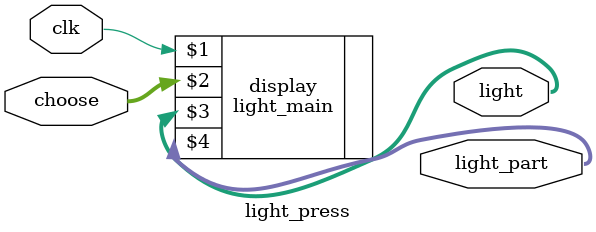
<source format=v>
`timescale 1ns / 1ps


module light_press(
    input clk,
    input  [3:0] choose,
    output [7:0] light,
    output  [7:0] light_part
    );

//    change_HZ turn(clk,clk_change);
    light_main display(clk,choose,light,light_part);
endmodule

</source>
